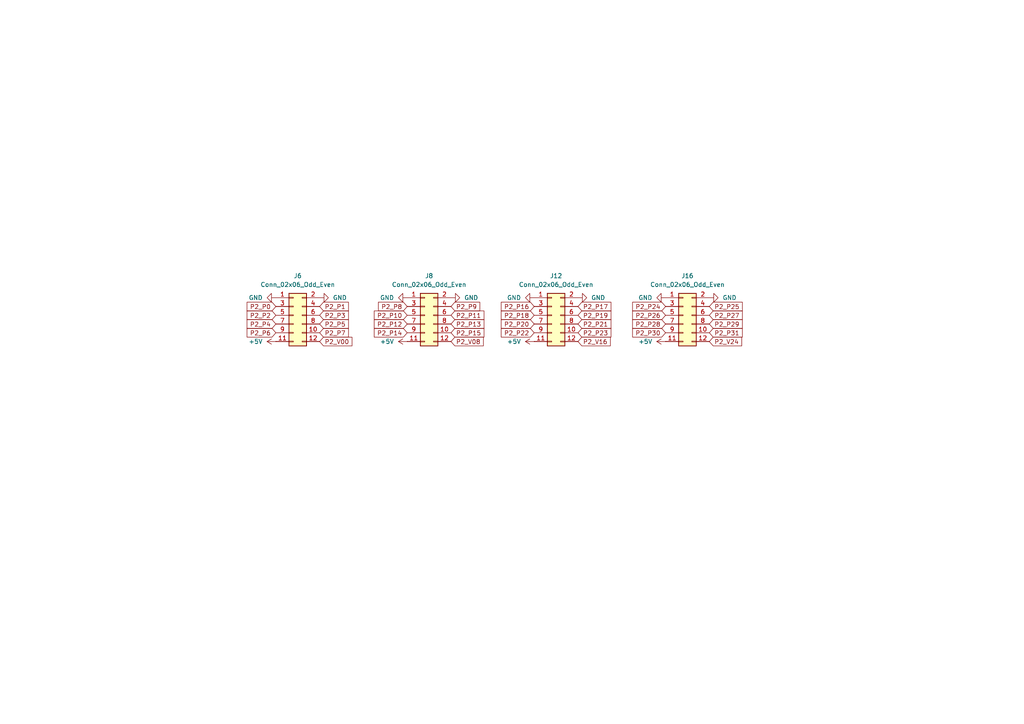
<source format=kicad_sch>
(kicad_sch (version 20250114) (generator "eeschema") (generator_version "9.0")
  (paper "A4")
  (lib_symbols
    (symbol "Connector_Generic:Conn_02x06_Odd_Even" (pin_names (offset 1.016) (hide yes))
      (property "Reference" "J" (at 1.27 7.62 0))
      (property "Value" "Conn_02x06_Odd_Even" (at 1.27 -10.16 0))
      (symbol "Conn_02x06_Odd_Even_1_1"
        (rectangle (start -1.27 6.35) (end 3.81 -8.89) (stroke (width 0.254)) (fill (type background)))
        (rectangle (start -1.27 5.207) (end 0 4.953) (stroke (width 0.1524)))
        (rectangle (start -1.27 2.667) (end 0 2.413) (stroke (width 0.1524)))
        (rectangle (start -1.27 0.127) (end 0 -0.127) (stroke (width 0.1524)))
        (rectangle (start -1.27 -2.413) (end 0 -2.667) (stroke (width 0.1524)))
        (rectangle (start -1.27 -4.953) (end 0 -5.207) (stroke (width 0.1524)))
        (rectangle (start -1.27 -7.493) (end 0 -7.747) (stroke (width 0.1524)))
        (rectangle (start 3.81 5.207) (end 2.54 4.953) (stroke (width 0.1524)))
        (rectangle (start 3.81 2.667) (end 2.54 2.413) (stroke (width 0.1524)))
        (rectangle (start 3.81 0.127) (end 2.54 -0.127) (stroke (width 0.1524)))
        (rectangle (start 3.81 -2.413) (end 2.54 -2.667) (stroke (width 0.1524)))
        (rectangle (start 3.81 -4.953) (end 2.54 -5.207) (stroke (width 0.1524)))
        (rectangle (start 3.81 -7.493) (end 2.54 -7.747) (stroke (width 0.1524)))
        (pin passive line (at -5.08 5.08 0) (length 3.81) (name "Pin_1") (number "1"))
        (pin passive line (at -5.08 2.54 0) (length 3.81) (name "Pin_3") (number "3"))
        (pin passive line (at -5.08 0 0) (length 3.81) (name "Pin_5") (number "5"))
        (pin passive line (at -5.08 -2.54 0) (length 3.81) (name "Pin_7") (number "7"))
        (pin passive line (at -5.08 -5.08 0) (length 3.81) (name "Pin_9") (number "9"))
        (pin passive line (at -5.08 -7.62 0) (length 3.81) (name "Pin_11") (number "11"))
        (pin passive line (at 7.62 5.08 180) (length 3.81) (name "Pin_2") (number "2"))
        (pin passive line (at 7.62 2.54 180) (length 3.81) (name "Pin_4") (number "4"))
        (pin passive line (at 7.62 0 180) (length 3.81) (name "Pin_6") (number "6"))
        (pin passive line (at 7.62 -2.54 180) (length 3.81) (name "Pin_8") (number "8"))
        (pin passive line (at 7.62 -5.08 180) (length 3.81) (name "Pin_10") (number "10"))
        (pin passive line (at 7.62 -7.62 180) (length 3.81) (name "Pin_12") (number "12"))
      )
    )
    (symbol "power:+5V" (power) (pin_numbers (hide yes)) (pin_names (offset 0) (hide yes))
      (property "Value" "+5V" (at 0 3.556 0))
      (symbol "+5V_0_1"
        (polyline (pts (xy -0.762 1.27) (xy 0 2.54)))
        (polyline (pts (xy 0 2.54) (xy 0.762 1.27)))
        (polyline (pts (xy 0 0) (xy 0 2.54)))
      )
      (symbol "+5V_1_1"
        (pin power_in line (at 0 0 90) (length 0) (name "~") (number "1"))
      )
    )
    (symbol "power:GND" (power) (pin_numbers (hide yes)) (pin_names (offset 0) (hide yes))
      (property "Value" "GND" (at 0 -3.81 0))
      (symbol "GND_0_1"
        (polyline (pts (xy 0 0) (xy 0 -1.27) (xy 1.27 -1.27) (xy 0 -2.54) (xy -1.27 -1.27) (xy 0 -1.27)))
      )
      (symbol "GND_1_1"
        (pin power_in line (at 0 0 270) (length 0) (name "~") (number "1"))
      )
    )
  )
  (global_label "P2_P13" (shape input) (at 130.81 93.98 0) (property "Intersheetrefs" "${INTERSHEET_REFS}" (effects (hide yes))))
  (global_label "P2_V16" (shape input) (at 167.64 99.06 0) (property "Intersheetrefs" "${INTERSHEET_REFS}" (effects (hide yes))))
  (global_label "P2_P3" (shape input) (at 92.71 91.44 0) (property "Intersheetrefs" "${INTERSHEET_REFS}" (effects (hide yes))))
  (global_label "P2_P11" (shape input) (at 130.81 91.44 0) (property "Intersheetrefs" "${INTERSHEET_REFS}" (effects (hide yes))))
  (global_label "P2_P5" (shape input) (at 92.71 93.98 0) (property "Intersheetrefs" "${INTERSHEET_REFS}" (effects (hide yes))))
  (global_label "P2_P22" (shape input) (at 154.94 96.52 180) (property "Intersheetrefs" "${INTERSHEET_REFS}" (effects (hide yes))))
  (global_label "P2_P31" (shape input) (at 205.74 96.52 0) (property "Intersheetrefs" "${INTERSHEET_REFS}" (effects (hide yes))))
  (global_label "P2_P4" (shape input) (at 80.01 93.98 180) (property "Intersheetrefs" "${INTERSHEET_REFS}" (effects (hide yes))))
  (global_label "P2_P15" (shape input) (at 130.81 96.52 0) (property "Intersheetrefs" "${INTERSHEET_REFS}" (effects (hide yes))))
  (global_label "P2_P10" (shape input) (at 118.11 91.44 180) (property "Intersheetrefs" "${INTERSHEET_REFS}" (effects (hide yes))))
  (global_label "P2_P12" (shape input) (at 118.11 93.98 180) (property "Intersheetrefs" "${INTERSHEET_REFS}" (effects (hide yes))))
  (global_label "P2_P7" (shape input) (at 92.71 96.52 0) (property "Intersheetrefs" "${INTERSHEET_REFS}" (effects (hide yes))))
  (global_label "P2_P20" (shape input) (at 154.94 93.98 180) (property "Intersheetrefs" "${INTERSHEET_REFS}" (effects (hide yes))))
  (global_label "P2_P25" (shape input) (at 205.74 88.9 0) (property "Intersheetrefs" "${INTERSHEET_REFS}" (effects (hide yes))))
  (global_label "P2_P17" (shape input) (at 167.64 88.9 0) (property "Intersheetrefs" "${INTERSHEET_REFS}" (effects (hide yes))))
  (global_label "P2_P24" (shape input) (at 193.04 88.9 180) (property "Intersheetrefs" "${INTERSHEET_REFS}" (effects (hide yes))))
  (global_label "P2_P8" (shape input) (at 118.11 88.9 180) (property "Intersheetrefs" "${INTERSHEET_REFS}" (effects (hide yes))))
  (global_label "P2_V24" (shape input) (at 205.74 99.06 0) (property "Intersheetrefs" "${INTERSHEET_REFS}" (effects (hide yes))))
  (global_label "P2_P28" (shape input) (at 193.04 93.98 180) (property "Intersheetrefs" "${INTERSHEET_REFS}" (effects (hide yes))))
  (global_label "P2_P0" (shape input) (at 80.01 88.9 180) (property "Intersheetrefs" "${INTERSHEET_REFS}" (effects (hide yes))))
  (global_label "P2_P29" (shape input) (at 205.74 93.98 0) (property "Intersheetrefs" "${INTERSHEET_REFS}" (effects (hide yes))))
  (global_label "P2_P27" (shape input) (at 205.74 91.44 0) (property "Intersheetrefs" "${INTERSHEET_REFS}" (effects (hide yes))))
  (global_label "P2_P1" (shape input) (at 92.71 88.9 0) (property "Intersheetrefs" "${INTERSHEET_REFS}" (effects (hide yes))))
  (global_label "P2_P23" (shape input) (at 167.64 96.52 0) (property "Intersheetrefs" "${INTERSHEET_REFS}" (effects (hide yes))))
  (global_label "P2_V00" (shape input) (at 92.71 99.06 0) (property "Intersheetrefs" "${INTERSHEET_REFS}" (effects (hide yes))))
  (global_label "P2_P14" (shape input) (at 118.11 96.52 180) (property "Intersheetrefs" "${INTERSHEET_REFS}" (effects (hide yes))))
  (global_label "P2_P6" (shape input) (at 80.01 96.52 180) (property "Intersheetrefs" "${INTERSHEET_REFS}" (effects (hide yes))))
  (global_label "P2_P19" (shape input) (at 167.64 91.44 0) (property "Intersheetrefs" "${INTERSHEET_REFS}" (effects (hide yes))))
  (global_label "P2_P2" (shape input) (at 80.01 91.44 180) (property "Intersheetrefs" "${INTERSHEET_REFS}" (effects (hide yes))))
  (global_label "P2_P30" (shape input) (at 193.04 96.52 180) (property "Intersheetrefs" "${INTERSHEET_REFS}" (effects (hide yes))))
  (global_label "P2_P16" (shape input) (at 154.94 88.9 180) (property "Intersheetrefs" "${INTERSHEET_REFS}" (effects (hide yes))))
  (global_label "P2_P9" (shape input) (at 130.81 88.9 0) (property "Intersheetrefs" "${INTERSHEET_REFS}" (effects (hide yes))))
  (global_label "P2_V08" (shape input) (at 130.81 99.06 0) (property "Intersheetrefs" "${INTERSHEET_REFS}" (effects (hide yes))))
  (global_label "P2_P21" (shape input) (at 167.64 93.98 0) (property "Intersheetrefs" "${INTERSHEET_REFS}" (effects (hide yes))))
  (global_label "P2_P18" (shape input) (at 154.94 91.44 180) (property "Intersheetrefs" "${INTERSHEET_REFS}" (effects (hide yes))))
  (global_label "P2_P26" (shape input) (at 193.04 91.44 180) (property "Intersheetrefs" "${INTERSHEET_REFS}" (effects (hide yes))))
  (symbol (lib_id "power:GND") (at 205.74 86.36 90) (unit 1)
    (property "Reference" "#PWR054" (effects (hide yes)))
    (property "Value" "GND" (at 209.55 86.3599 90) (effects (justify right)))
    (property "Description" "Power symbol creates a global label with name \"GND\" , ground" (effects (hide yes)))
  )
  (symbol (lib_id "power:GND") (at 118.11 86.36 270) (unit 1)
    (property "Reference" "#PWR036" (effects (hide yes)))
    (property "Value" "GND" (at 114.3 86.3599 90) (effects (justify right)))
    (property "Description" "Power symbol creates a global label with name \"GND\" , ground" (effects (hide yes)))
  )
  (symbol (lib_id "power:GND") (at 92.71 86.36 90) (unit 1)
    (property "Reference" "#PWR033" (effects (hide yes)))
    (property "Value" "GND" (at 96.52 86.3599 90) (effects (justify right)))
    (property "Description" "Power symbol creates a global label with name \"GND\" , ground" (effects (hide yes)))
  )
  (symbol (lib_id "Connector_Generic:Conn_02x06_Odd_Even") (at 85.09 91.44 0) (unit 1)
    (property "Reference" "J6" (at 86.36 80.01 0))
    (property "Value" "Conn_02x06_Odd_Even" (at 86.36 82.55 0))
    (property "Footprint" "Connector_PinHeader_2.54mm:PinHeader_2x06_P2.54mm_Vertical" (effects (hide yes)))
    (property "Description" "Generic connector, double row, 02x06, odd/even pin numbering scheme (row 1 odd numbers, row 2 even numbers), script generated (kicad-library-utils/schlib/autogen/connector/)" (effects (hide yes)))
    (property "Part Number" "G800W590018EU" (effects (hide yes)))
  )
  (symbol (lib_id "power:GND") (at 80.01 86.36 270) (unit 1)
    (property "Reference" "#PWR028" (effects (hide yes)))
    (property "Value" "GND" (at 76.2 86.3599 90) (effects (justify right)))
    (property "Description" "Power symbol creates a global label with name \"GND\" , ground" (effects (hide yes)))
  )
  (symbol (lib_id "power:+5V") (at 154.94 99.06 90) (unit 1)
    (property "Reference" "#PWR043" (effects (hide yes)))
    (property "Value" "+5V" (at 151.13 99.0599 90) (effects (justify left)))
    (property "Description" "Power symbol creates a global label with name \"+5V\"" (effects (hide yes)))
  )
  (symbol (lib_id "power:GND") (at 167.64 86.36 90) (unit 1)
    (property "Reference" "#PWR047" (effects (hide yes)))
    (property "Value" "GND" (at 171.45 86.3599 90) (effects (justify right)))
    (property "Description" "Power symbol creates a global label with name \"GND\" , ground" (effects (hide yes)))
  )
  (symbol (lib_id "power:+5V") (at 118.11 99.06 90) (unit 1)
    (property "Reference" "#PWR037" (effects (hide yes)))
    (property "Value" "+5V" (at 114.3 99.0599 90) (effects (justify left)))
    (property "Description" "Power symbol creates a global label with name \"+5V\"" (effects (hide yes)))
  )
  (symbol (lib_id "power:GND") (at 154.94 86.36 270) (unit 1)
    (property "Reference" "#PWR042" (effects (hide yes)))
    (property "Value" "GND" (at 151.13 86.3599 90) (effects (justify right)))
    (property "Description" "Power symbol creates a global label with name \"GND\" , ground" (effects (hide yes)))
  )
  (symbol (lib_id "Connector_Generic:Conn_02x06_Odd_Even") (at 198.12 91.44 0) (unit 1)
    (property "Reference" "J16" (at 199.39 80.01 0))
    (property "Value" "Conn_02x06_Odd_Even" (at 199.39 82.55 0))
    (property "Footprint" "Connector_PinHeader_2.54mm:PinHeader_2x06_P2.54mm_Vertical" (effects (hide yes)))
    (property "Description" "Generic connector, double row, 02x06, odd/even pin numbering scheme (row 1 odd numbers, row 2 even numbers), script generated (kicad-library-utils/schlib/autogen/connector/)" (effects (hide yes)))
    (property "Part Number" "G800W590018EU" (effects (hide yes)))
  )
  (symbol (lib_id "power:GND") (at 130.81 86.36 90) (unit 1)
    (property "Reference" "#PWR039" (effects (hide yes)))
    (property "Value" "GND" (at 134.62 86.3599 90) (effects (justify right)))
    (property "Description" "Power symbol creates a global label with name \"GND\" , ground" (effects (hide yes)))
  )
  (symbol (lib_id "Connector_Generic:Conn_02x06_Odd_Even") (at 160.02 91.44 0) (unit 1)
    (property "Reference" "J12" (at 161.29 80.01 0))
    (property "Value" "Conn_02x06_Odd_Even" (at 161.29 82.55 0))
    (property "Footprint" "Connector_PinHeader_2.54mm:PinHeader_2x06_P2.54mm_Vertical" (effects (hide yes)))
    (property "Description" "Generic connector, double row, 02x06, odd/even pin numbering scheme (row 1 odd numbers, row 2 even numbers), script generated (kicad-library-utils/schlib/autogen/connector/)" (effects (hide yes)))
    (property "Part Number" "G800W590018EU" (effects (hide yes)))
  )
  (symbol (lib_id "power:+5V") (at 80.01 99.06 90) (unit 1)
    (property "Reference" "#PWR029" (effects (hide yes)))
    (property "Value" "+5V" (at 76.2 99.0599 90) (effects (justify left)))
    (property "Description" "Power symbol creates a global label with name \"+5V\"" (effects (hide yes)))
  )
  (symbol (lib_id "power:GND") (at 193.04 86.36 270) (unit 1)
    (property "Reference" "#PWR051" (effects (hide yes)))
    (property "Value" "GND" (at 189.23 86.3599 90) (effects (justify right)))
    (property "Description" "Power symbol creates a global label with name \"GND\" , ground" (effects (hide yes)))
  )
  (symbol (lib_id "Connector_Generic:Conn_02x06_Odd_Even") (at 123.19 91.44 0) (unit 1)
    (property "Reference" "J8" (at 124.46 80.01 0))
    (property "Value" "Conn_02x06_Odd_Even" (at 124.46 82.55 0))
    (property "Footprint" "Connector_PinHeader_2.54mm:PinHeader_2x06_P2.54mm_Vertical" (effects (hide yes)))
    (property "Description" "Generic connector, double row, 02x06, odd/even pin numbering scheme (row 1 odd numbers, row 2 even numbers), script generated (kicad-library-utils/schlib/autogen/connector/)" (effects (hide yes)))
    (property "Part Number" "G800W590018EU" (effects (hide yes)))
  )
  (symbol (lib_id "power:+5V") (at 193.04 99.06 90) (unit 1)
    (property "Reference" "#PWR052" (effects (hide yes)))
    (property "Value" "+5V" (at 189.23 99.0599 90) (effects (justify left)))
    (property "Description" "Power symbol creates a global label with name \"+5V\"" (effects (hide yes)))
  )
)
</source>
